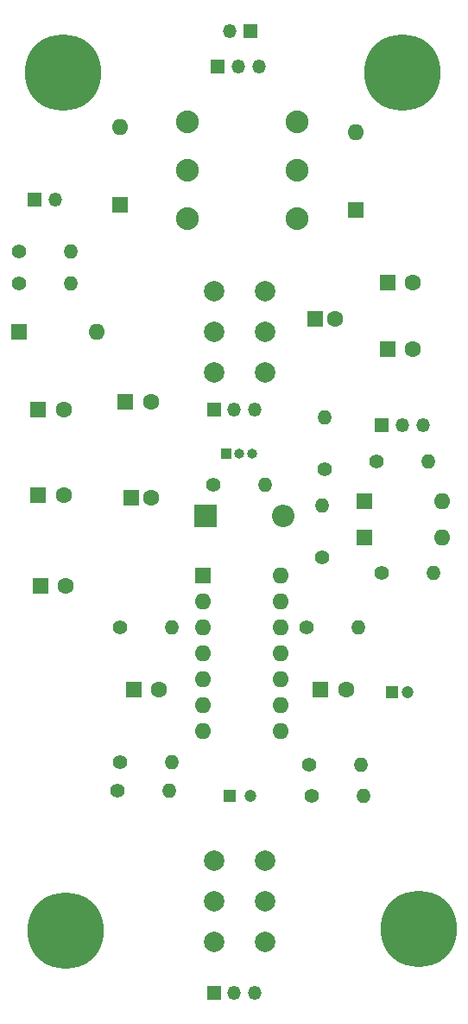
<source format=gbr>
%TF.GenerationSoftware,KiCad,Pcbnew,7.0.10-7.0.10~ubuntu22.04.1*%
%TF.CreationDate,2024-01-09T13:34:09+01:00*%
%TF.ProjectId,pedal,70656461-6c2e-46b6-9963-61645f706362,rev?*%
%TF.SameCoordinates,Original*%
%TF.FileFunction,Soldermask,Top*%
%TF.FilePolarity,Negative*%
%FSLAX46Y46*%
G04 Gerber Fmt 4.6, Leading zero omitted, Abs format (unit mm)*
G04 Created by KiCad (PCBNEW 7.0.10-7.0.10~ubuntu22.04.1) date 2024-01-09 13:34:09*
%MOMM*%
%LPD*%
G01*
G04 APERTURE LIST*
%ADD10C,7.500000*%
%ADD11R,1.350000X1.350000*%
%ADD12O,1.350000X1.350000*%
%ADD13R,2.200000X2.200000*%
%ADD14O,2.200000X2.200000*%
%ADD15R,1.600000X1.600000*%
%ADD16O,1.600000X1.600000*%
%ADD17C,1.600000*%
%ADD18R,1.200000X1.200000*%
%ADD19C,1.200000*%
%ADD20C,1.400000*%
%ADD21O,1.400000X1.400000*%
%ADD22C,2.000000*%
%ADD23C,2.235200*%
%ADD24R,1.000000X1.000000*%
%ADD25O,1.000000X1.000000*%
G04 APERTURE END LIST*
D10*
%TO.C,J2*%
X87934800Y-133197600D03*
%TD*%
D11*
%TO.C,J6*%
X71424800Y-45262800D03*
D12*
X69424800Y-45262800D03*
%TD*%
D13*
%TO.C,D2*%
X67056000Y-92710000D03*
D14*
X74676000Y-92710000D03*
%TD*%
D15*
%TO.C,D1*%
X48768000Y-74676000D03*
D16*
X56388000Y-74676000D03*
%TD*%
D15*
%TO.C,C3*%
X59182000Y-81534000D03*
D17*
X61682000Y-81534000D03*
%TD*%
D18*
%TO.C,C2*%
X69406900Y-120142000D03*
D19*
X71406900Y-120142000D03*
%TD*%
D15*
%TO.C,C1*%
X50633600Y-82296000D03*
D17*
X53133600Y-82296000D03*
%TD*%
D20*
%TO.C,R11*%
X78486000Y-96774000D03*
D21*
X78486000Y-91694000D03*
%TD*%
D11*
%TO.C,RV2*%
X67850000Y-82296000D03*
D12*
X69850000Y-82296000D03*
X71850000Y-82296000D03*
%TD*%
D15*
%TO.C,C11*%
X84876000Y-69850000D03*
D17*
X87376000Y-69850000D03*
%TD*%
D20*
%TO.C,R9*%
X84328000Y-98298000D03*
D21*
X89408000Y-98298000D03*
%TD*%
D22*
%TO.C,SW3*%
X67858000Y-78676000D03*
X67858000Y-74676000D03*
X67858000Y-70676000D03*
X72858000Y-78676000D03*
X72858000Y-74676000D03*
X72858000Y-70676000D03*
%TD*%
D23*
%TO.C,T1*%
X65278000Y-54102000D03*
X65278000Y-58864500D03*
X65278000Y-63627000D03*
X75971400Y-54102000D03*
X75971400Y-58864500D03*
X75971400Y-63627000D03*
%TD*%
D15*
%TO.C,C8*%
X50840000Y-99568000D03*
D17*
X53340000Y-99568000D03*
%TD*%
D20*
%TO.C,R2*%
X76962000Y-103632000D03*
D21*
X82042000Y-103632000D03*
%TD*%
D15*
%TO.C,U1*%
X66802000Y-98552000D03*
D16*
X66802000Y-101092000D03*
X66802000Y-103632000D03*
X66802000Y-106172000D03*
X66802000Y-108712000D03*
X66802000Y-111252000D03*
X66802000Y-113792000D03*
X74422000Y-113792000D03*
X74422000Y-111252000D03*
X74422000Y-108712000D03*
X74422000Y-106172000D03*
X74422000Y-103632000D03*
X74422000Y-101092000D03*
X74422000Y-98552000D03*
%TD*%
D20*
%TO.C,R4*%
X48768000Y-69952000D03*
D21*
X53848000Y-69952000D03*
%TD*%
D15*
%TO.C,C6*%
X78296900Y-109728000D03*
D17*
X80796900Y-109728000D03*
%TD*%
D10*
%TO.C,J3*%
X53086000Y-49276000D03*
%TD*%
D20*
%TO.C,R3*%
X48768000Y-66802000D03*
D21*
X53848000Y-66802000D03*
%TD*%
D11*
%TO.C,J1*%
X67850000Y-139446000D03*
D12*
X69850000Y-139446000D03*
X71850000Y-139446000D03*
%TD*%
D15*
%TO.C,C12*%
X84876000Y-76400000D03*
D17*
X87376000Y-76400000D03*
%TD*%
D11*
%TO.C,BT1*%
X50292000Y-61722000D03*
D12*
X52292000Y-61722000D03*
%TD*%
D15*
%TO.C,D6*%
X81788000Y-62738000D03*
D16*
X81788000Y-55118000D03*
%TD*%
D20*
%TO.C,R5*%
X58420000Y-119634000D03*
D21*
X63500000Y-119634000D03*
%TD*%
D20*
%TO.C,R12*%
X77216000Y-117094000D03*
D21*
X82296000Y-117094000D03*
%TD*%
D10*
%TO.C,J5*%
X53340000Y-133350000D03*
%TD*%
D22*
%TO.C,SW1*%
X67898000Y-134492000D03*
X67898000Y-130492000D03*
X67898000Y-126492000D03*
X72898000Y-134492000D03*
X72898000Y-130492000D03*
X72898000Y-126492000D03*
%TD*%
D20*
%TO.C,R6*%
X67818000Y-89662000D03*
D21*
X72898000Y-89662000D03*
%TD*%
D15*
%TO.C,C10*%
X77756000Y-73406000D03*
D17*
X79756000Y-73406000D03*
%TD*%
D20*
%TO.C,R13*%
X58674000Y-116840000D03*
D21*
X63754000Y-116840000D03*
%TD*%
D20*
%TO.C,R10*%
X78740000Y-88138000D03*
D21*
X78740000Y-83058000D03*
%TD*%
D11*
%TO.C,RV3*%
X68237600Y-48717200D03*
D12*
X70237600Y-48717200D03*
X72237600Y-48717200D03*
%TD*%
D24*
%TO.C,SW2*%
X69088000Y-86614000D03*
D25*
X70358000Y-86614000D03*
X71628000Y-86614000D03*
%TD*%
D18*
%TO.C,C9*%
X85344000Y-109982000D03*
D19*
X86844000Y-109982000D03*
%TD*%
D20*
%TO.C,R8*%
X83820000Y-87376000D03*
D21*
X88900000Y-87376000D03*
%TD*%
D15*
%TO.C,D3*%
X82604000Y-91278000D03*
D16*
X90224000Y-91278000D03*
%TD*%
D15*
%TO.C,C5*%
X59984000Y-109728000D03*
D17*
X62484000Y-109728000D03*
%TD*%
D20*
%TO.C,R7*%
X77470000Y-120142000D03*
D21*
X82550000Y-120142000D03*
%TD*%
D15*
%TO.C,D4*%
X82604000Y-94828000D03*
D16*
X90224000Y-94828000D03*
%TD*%
D15*
%TO.C,C4*%
X59722000Y-90932000D03*
D17*
X61722000Y-90932000D03*
%TD*%
D15*
%TO.C,C7*%
X50610900Y-90678000D03*
D17*
X53110900Y-90678000D03*
%TD*%
D20*
%TO.C,R1*%
X58674000Y-103632000D03*
D21*
X63754000Y-103632000D03*
%TD*%
D15*
%TO.C,D5*%
X58674000Y-62230000D03*
D16*
X58674000Y-54610000D03*
%TD*%
D10*
%TO.C,J4*%
X86360000Y-49276000D03*
%TD*%
D11*
%TO.C,RV1*%
X84335100Y-83820000D03*
D12*
X86335100Y-83820000D03*
X88335100Y-83820000D03*
%TD*%
M02*

</source>
